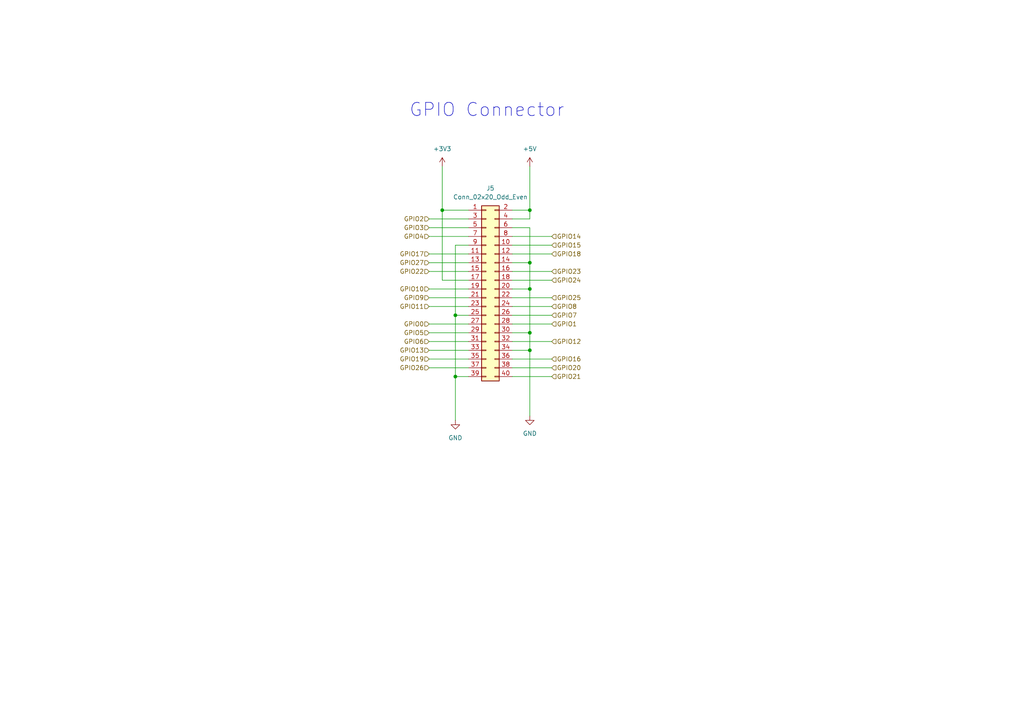
<source format=kicad_sch>
(kicad_sch (version 20231120) (generator "eeschema") (generator_version "8.0")
  (paper "A4")
  (title_block (title "Pi Compute Module 3 Minimum Viable Board") (date "2024-03-28") (rev "1") (company "Designed by: Kuro"))
  (lib_symbols
    (symbol "Connector_Generic:Conn_02x20_Odd_Even" (pin_names (offset 1.016) hide)
      (property "Reference" "J" (at 1.27 25.4 0))
      (property "Value" "Conn_02x20_Odd_Even" (at 1.27 -27.94 0))
      (symbol "Conn_02x20_Odd_Even_1_1"
        (rectangle (start -1.27 -25.273) (end 0 -25.527) (stroke (width 0.1524)))
        (rectangle (start -1.27 -22.733) (end 0 -22.987) (stroke (width 0.1524)))
        (rectangle (start -1.27 -20.193) (end 0 -20.447) (stroke (width 0.1524)))
        (rectangle (start -1.27 -17.653) (end 0 -17.907) (stroke (width 0.1524)))
        (rectangle (start -1.27 -15.113) (end 0 -15.367) (stroke (width 0.1524)))
        (rectangle (start -1.27 -12.573) (end 0 -12.827) (stroke (width 0.1524)))
        (rectangle (start -1.27 -10.033) (end 0 -10.287) (stroke (width 0.1524)))
        (rectangle (start -1.27 -7.493) (end 0 -7.747) (stroke (width 0.1524)))
        (rectangle (start -1.27 -4.953) (end 0 -5.207) (stroke (width 0.1524)))
        (rectangle (start -1.27 -2.413) (end 0 -2.667) (stroke (width 0.1524)))
        (rectangle (start -1.27 0.127) (end 0 -0.127) (stroke (width 0.1524)))
        (rectangle (start -1.27 2.667) (end 0 2.413) (stroke (width 0.1524)))
        (rectangle (start -1.27 5.207) (end 0 4.953) (stroke (width 0.1524)))
        (rectangle (start -1.27 7.747) (end 0 7.493) (stroke (width 0.1524)))
        (rectangle (start -1.27 10.287) (end 0 10.033) (stroke (width 0.1524)))
        (rectangle (start -1.27 12.827) (end 0 12.573) (stroke (width 0.1524)))
        (rectangle (start -1.27 15.367) (end 0 15.113) (stroke (width 0.1524)))
        (rectangle (start -1.27 17.907) (end 0 17.653) (stroke (width 0.1524)))
        (rectangle (start -1.27 20.447) (end 0 20.193) (stroke (width 0.1524)))
        (rectangle (start -1.27 22.987) (end 0 22.733) (stroke (width 0.1524)))
        (rectangle (start -1.27 24.13) (end 3.81 -26.67) (stroke (width 0.254)) (fill (type background)))
        (rectangle (start 3.81 -25.273) (end 2.54 -25.527) (stroke (width 0.1524)))
        (rectangle (start 3.81 -22.733) (end 2.54 -22.987) (stroke (width 0.1524)))
        (rectangle (start 3.81 -20.193) (end 2.54 -20.447) (stroke (width 0.1524)))
        (rectangle (start 3.81 -17.653) (end 2.54 -17.907) (stroke (width 0.1524)))
        (rectangle (start 3.81 -15.113) (end 2.54 -15.367) (stroke (width 0.1524)))
        (rectangle (start 3.81 -12.573) (end 2.54 -12.827) (stroke (width 0.1524)))
        (rectangle (start 3.81 -10.033) (end 2.54 -10.287) (stroke (width 0.1524)))
        (rectangle (start 3.81 -7.493) (end 2.54 -7.747) (stroke (width 0.1524)))
        (rectangle (start 3.81 -4.953) (end 2.54 -5.207) (stroke (width 0.1524)))
        (rectangle (start 3.81 -2.413) (end 2.54 -2.667) (stroke (width 0.1524)))
        (rectangle (start 3.81 0.127) (end 2.54 -0.127) (stroke (width 0.1524)))
        (rectangle (start 3.81 2.667) (end 2.54 2.413) (stroke (width 0.1524)))
        (rectangle (start 3.81 5.207) (end 2.54 4.953) (stroke (width 0.1524)))
        (rectangle (start 3.81 7.747) (end 2.54 7.493) (stroke (width 0.1524)))
        (rectangle (start 3.81 10.287) (end 2.54 10.033) (stroke (width 0.1524)))
        (rectangle (start 3.81 12.827) (end 2.54 12.573) (stroke (width 0.1524)))
        (rectangle (start 3.81 15.367) (end 2.54 15.113) (stroke (width 0.1524)))
        (rectangle (start 3.81 17.907) (end 2.54 17.653) (stroke (width 0.1524)))
        (rectangle (start 3.81 20.447) (end 2.54 20.193) (stroke (width 0.1524)))
        (rectangle (start 3.81 22.987) (end 2.54 22.733) (stroke (width 0.1524)))
        (pin passive line (at -5.08 22.86 0) (length 3.81) (name "Pin_1") (number "1"))
        (pin passive line (at 7.62 12.7 180) (length 3.81) (name "Pin_10") (number "10"))
        (pin passive line (at -5.08 10.16 0) (length 3.81) (name "Pin_11") (number "11"))
        (pin passive line (at 7.62 10.16 180) (length 3.81) (name "Pin_12") (number "12"))
        (pin passive line (at -5.08 7.62 0) (length 3.81) (name "Pin_13") (number "13"))
        (pin passive line (at 7.62 7.62 180) (length 3.81) (name "Pin_14") (number "14"))
        (pin passive line (at -5.08 5.08 0) (length 3.81) (name "Pin_15") (number "15"))
        (pin passive line (at 7.62 5.08 180) (length 3.81) (name "Pin_16") (number "16"))
        (pin passive line (at -5.08 2.54 0) (length 3.81) (name "Pin_17") (number "17"))
        (pin passive line (at 7.62 2.54 180) (length 3.81) (name "Pin_18") (number "18"))
        (pin passive line (at -5.08 0 0) (length 3.81) (name "Pin_19") (number "19"))
        (pin passive line (at 7.62 22.86 180) (length 3.81) (name "Pin_2") (number "2"))
        (pin passive line (at 7.62 0 180) (length 3.81) (name "Pin_20") (number "20"))
        (pin passive line (at -5.08 -2.54 0) (length 3.81) (name "Pin_21") (number "21"))
        (pin passive line (at 7.62 -2.54 180) (length 3.81) (name "Pin_22") (number "22"))
        (pin passive line (at -5.08 -5.08 0) (length 3.81) (name "Pin_23") (number "23"))
        (pin passive line (at 7.62 -5.08 180) (length 3.81) (name "Pin_24") (number "24"))
        (pin passive line (at -5.08 -7.62 0) (length 3.81) (name "Pin_25") (number "25"))
        (pin passive line (at 7.62 -7.62 180) (length 3.81) (name "Pin_26") (number "26"))
        (pin passive line (at -5.08 -10.16 0) (length 3.81) (name "Pin_27") (number "27"))
        (pin passive line (at 7.62 -10.16 180) (length 3.81) (name "Pin_28") (number "28"))
        (pin passive line (at -5.08 -12.7 0) (length 3.81) (name "Pin_29") (number "29"))
        (pin passive line (at -5.08 20.32 0) (length 3.81) (name "Pin_3") (number "3"))
        (pin passive line (at 7.62 -12.7 180) (length 3.81) (name "Pin_30") (number "30"))
        (pin passive line (at -5.08 -15.24 0) (length 3.81) (name "Pin_31") (number "31"))
        (pin passive line (at 7.62 -15.24 180) (length 3.81) (name "Pin_32") (number "32"))
        (pin passive line (at -5.08 -17.78 0) (length 3.81) (name "Pin_33") (number "33"))
        (pin passive line (at 7.62 -17.78 180) (length 3.81) (name "Pin_34") (number "34"))
        (pin passive line (at -5.08 -20.32 0) (length 3.81) (name "Pin_35") (number "35"))
        (pin passive line (at 7.62 -20.32 180) (length 3.81) (name "Pin_36") (number "36"))
        (pin passive line (at -5.08 -22.86 0) (length 3.81) (name "Pin_37") (number "37"))
        (pin passive line (at 7.62 -22.86 180) (length 3.81) (name "Pin_38") (number "38"))
        (pin passive line (at -5.08 -25.4 0) (length 3.81) (name "Pin_39") (number "39"))
        (pin passive line (at 7.62 20.32 180) (length 3.81) (name "Pin_4") (number "4"))
        (pin passive line (at 7.62 -25.4 180) (length 3.81) (name "Pin_40") (number "40"))
        (pin passive line (at -5.08 17.78 0) (length 3.81) (name "Pin_5") (number "5"))
        (pin passive line (at 7.62 17.78 180) (length 3.81) (name "Pin_6") (number "6"))
        (pin passive line (at -5.08 15.24 0) (length 3.81) (name "Pin_7") (number "7"))
        (pin passive line (at 7.62 15.24 180) (length 3.81) (name "Pin_8") (number "8"))
        (pin passive line (at -5.08 12.7 0) (length 3.81) (name "Pin_9") (number "9"))
      )
    )
    (symbol "power:+3V3" (power) (pin_numbers hide) (pin_names (offset 0) hide)
      (property "Value" "+3V3" (at 0 3.556 0))
      (symbol "+3V3_0_1"
        (polyline (pts (xy -0.762 1.27) (xy 0 2.54)))
        (polyline (pts (xy 0 0) (xy 0 2.54)))
        (polyline (pts (xy 0 2.54) (xy 0.762 1.27)))
      )
      (symbol "+3V3_1_1"
        (pin power_in line (at 0 0 90) (length 0) (name "~") (number "1"))
      )
    )
    (symbol "power:+5V" (power) (pin_numbers hide) (pin_names (offset 0) hide)
      (property "Value" "+5V" (at 0 3.556 0))
      (symbol "+5V_0_1"
        (polyline (pts (xy -0.762 1.27) (xy 0 2.54)))
        (polyline (pts (xy 0 0) (xy 0 2.54)))
        (polyline (pts (xy 0 2.54) (xy 0.762 1.27)))
      )
      (symbol "+5V_1_1"
        (pin power_in line (at 0 0 90) (length 0) (name "~") (number "1"))
      )
    )
    (symbol "power:GND" (power) (pin_numbers hide) (pin_names (offset 0) hide)
      (property "Value" "GND" (at 0 -3.81 0))
      (symbol "GND_0_1"
        (polyline (pts (xy 0 0) (xy 0 -1.27) (xy 1.27 -1.27) (xy 0 -2.54) (xy -1.27 -1.27) (xy 0 -1.27)))
      )
      (symbol "GND_1_1"
        (pin power_in line (at 0 0 270) (length 0) (name "~") (number "1"))
      )
    )
  )
  (junction (at 153.67 76.2))
  (junction (at 153.67 96.52))
  (junction (at 132.08 109.22))
  (junction (at 132.08 91.44))
  (junction (at 153.67 60.96))
  (junction (at 153.67 83.82))
  (junction (at 128.27 60.96))
  (junction (at 153.67 101.6))
  (wire (pts (xy 124.46 78.74) (xy 135.89 78.74)))
  (wire (pts (xy 148.59 99.06) (xy 160.02 99.06)))
  (wire (pts (xy 153.67 76.2) (xy 153.67 83.82)))
  (wire (pts (xy 124.46 83.82) (xy 135.89 83.82)))
  (wire (pts (xy 124.46 93.98) (xy 135.89 93.98)))
  (wire (pts (xy 148.59 73.66) (xy 160.02 73.66)))
  (wire (pts (xy 124.46 104.14) (xy 135.89 104.14)))
  (wire (pts (xy 148.59 91.44) (xy 160.02 91.44)))
  (wire (pts (xy 148.59 109.22) (xy 160.02 109.22)))
  (wire (pts (xy 128.27 48.26) (xy 128.27 60.96)))
  (wire (pts (xy 132.08 91.44) (xy 132.08 109.22)))
  (wire (pts (xy 124.46 73.66) (xy 135.89 73.66)))
  (wire (pts (xy 124.46 88.9) (xy 135.89 88.9)))
  (wire (pts (xy 128.27 60.96) (xy 135.89 60.96)))
  (wire (pts (xy 148.59 101.6) (xy 153.67 101.6)))
  (wire (pts (xy 124.46 99.06) (xy 135.89 99.06)))
  (wire (pts (xy 148.59 93.98) (xy 160.02 93.98)))
  (wire (pts (xy 135.89 91.44) (xy 132.08 91.44)))
  (wire (pts (xy 148.59 106.68) (xy 160.02 106.68)))
  (wire (pts (xy 153.67 48.26) (xy 153.67 60.96)))
  (wire (pts (xy 153.67 96.52) (xy 153.67 101.6)))
  (wire (pts (xy 148.59 63.5) (xy 153.67 63.5)))
  (wire (pts (xy 124.46 63.5) (xy 135.89 63.5)))
  (wire (pts (xy 148.59 78.74) (xy 160.02 78.74)))
  (wire (pts (xy 124.46 76.2) (xy 135.89 76.2)))
  (wire (pts (xy 148.59 96.52) (xy 153.67 96.52)))
  (wire (pts (xy 153.67 66.04) (xy 153.67 76.2)))
  (wire (pts (xy 124.46 66.04) (xy 135.89 66.04)))
  (wire (pts (xy 148.59 71.12) (xy 160.02 71.12)))
  (wire (pts (xy 132.08 121.92) (xy 132.08 109.22)))
  (wire (pts (xy 135.89 71.12) (xy 132.08 71.12)))
  (wire (pts (xy 124.46 68.58) (xy 135.89 68.58)))
  (wire (pts (xy 124.46 96.52) (xy 135.89 96.52)))
  (wire (pts (xy 128.27 81.28) (xy 128.27 60.96)))
  (wire (pts (xy 124.46 106.68) (xy 135.89 106.68)))
  (wire (pts (xy 124.46 86.36) (xy 135.89 86.36)))
  (wire (pts (xy 153.67 60.96) (xy 148.59 60.96)))
  (wire (pts (xy 153.67 63.5) (xy 153.67 60.96)))
  (wire (pts (xy 148.59 76.2) (xy 153.67 76.2)))
  (wire (pts (xy 148.59 88.9) (xy 160.02 88.9)))
  (wire (pts (xy 148.59 66.04) (xy 153.67 66.04)))
  (wire (pts (xy 132.08 71.12) (xy 132.08 91.44)))
  (wire (pts (xy 148.59 104.14) (xy 160.02 104.14)))
  (wire (pts (xy 153.67 101.6) (xy 153.67 120.65)))
  (wire (pts (xy 135.89 81.28) (xy 128.27 81.28)))
  (wire (pts (xy 148.59 68.58) (xy 160.02 68.58)))
  (wire (pts (xy 153.67 83.82) (xy 153.67 96.52)))
  (wire (pts (xy 148.59 86.36) (xy 160.02 86.36)))
  (wire (pts (xy 124.46 101.6) (xy 135.89 101.6)))
  (wire (pts (xy 148.59 83.82) (xy 153.67 83.82)))
  (wire (pts (xy 148.59 81.28) (xy 160.02 81.28)))
  (wire (pts (xy 132.08 109.22) (xy 135.89 109.22)))
  (text "GPIO Connector" (at 141.224 32.004 0) (effects (font (size 3.81 3.81))))
  (hierarchical_label "GPIO23" (shape input) (at 160.02 78.74 0))
  (hierarchical_label "GPIO22" (shape input) (at 124.46 78.74 180))
  (hierarchical_label "GPIO14" (shape input) (at 160.02 68.58 0))
  (hierarchical_label "GPIO6" (shape input) (at 124.46 99.06 180))
  (hierarchical_label "GPIO1" (shape input) (at 160.02 93.98 0))
  (hierarchical_label "GPIO20" (shape input) (at 160.02 106.68 0))
  (hierarchical_label "GPIO7" (shape input) (at 160.02 91.44 0))
  (hierarchical_label "GPIO25" (shape input) (at 160.02 86.36 0))
  (hierarchical_label "GPIO0" (shape input) (at 124.46 93.98 180))
  (hierarchical_label "GPIO2" (shape input) (at 124.46 63.5 180))
  (hierarchical_label "GPIO17" (shape input) (at 124.46 73.66 180))
  (hierarchical_label "GPIO24" (shape input) (at 160.02 81.28 0))
  (hierarchical_label "GPIO12" (shape input) (at 160.02 99.06 0))
  (hierarchical_label "GPIO26" (shape input) (at 124.46 106.68 180))
  (hierarchical_label "GPIO10" (shape input) (at 124.46 83.82 180))
  (hierarchical_label "GPIO11" (shape input) (at 124.46 88.9 180))
  (hierarchical_label "GPIO16" (shape input) (at 160.02 104.14 0))
  (hierarchical_label "GPIO15" (shape input) (at 160.02 71.12 0))
  (hierarchical_label "GPIO21" (shape input) (at 160.02 109.22 0))
  (hierarchical_label "GPIO3" (shape input) (at 124.46 66.04 180))
  (hierarchical_label "GPIO4" (shape input) (at 124.46 68.58 180))
  (hierarchical_label "GPIO19" (shape input) (at 124.46 104.14 180))
  (hierarchical_label "GPIO13" (shape input) (at 124.46 101.6 180))
  (hierarchical_label "GPIO18" (shape input) (at 160.02 73.66 0))
  (hierarchical_label "GPIO8" (shape input) (at 160.02 88.9 0))
  (hierarchical_label "GPIO27" (shape input) (at 124.46 76.2 180))
  (hierarchical_label "GPIO9" (shape input) (at 124.46 86.36 180))
  (hierarchical_label "GPIO5" (shape input) (at 124.46 96.52 180))
  (symbol (lib_id "Connector_Generic:Conn_02x20_Odd_Even") (at 140.97 83.82 0) (unit 1)
    (property "Reference" "J5" (at 142.24 54.61 0))
    (property "Value" "Conn_02x20_Odd_Even" (at 142.24 57.15 0))
    (property "Description" "Generic connector, double row, 02x20, odd/even pin numbering scheme (row 1 odd numbers, row 2 even numbers), script generated (kicad-library-utils/schlib/autogen/connector/)" (effects (hide yes)))
  )
  (symbol (lib_id "power:+5V") (at 153.67 48.26 0) (unit 1)
    (property "Reference" "#PWR021" (effects (hide yes)))
    (property "Value" "+5V" (at 153.67 43.18 0))
    (property "Description" "Power symbol creates a global label with name \"+5V\"" (effects (hide yes)))
  )
  (symbol (lib_id "power:+3V3") (at 128.27 48.26 0) (unit 1)
    (property "Reference" "#PWR020" (effects (hide yes)))
    (property "Value" "+3V3" (at 128.27 43.18 0))
    (property "Description" "Power symbol creates a global label with name \"+3V3\"" (effects (hide yes)))
  )
  (symbol (lib_id "power:GND") (at 132.08 121.92 0) (unit 1)
    (property "Reference" "#PWR019" (effects (hide yes)))
    (property "Value" "GND" (at 132.08 127 0))
    (property "Description" "Power symbol creates a global label with name \"GND\" , ground" (effects (hide yes)))
  )
  (symbol (lib_id "power:GND") (at 153.67 120.65 0) (unit 1)
    (property "Reference" "#PWR018" (effects (hide yes)))
    (property "Value" "GND" (at 153.67 125.73 0))
    (property "Description" "Power symbol creates a global label with name \"GND\" , ground" (effects (hide yes)))
  )
)
</source>
